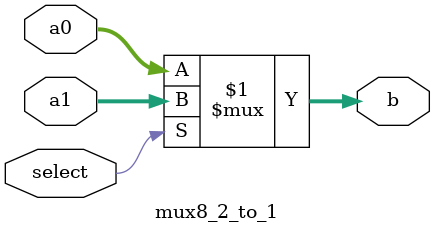
<source format=v>
`timescale 1ns / 1ps
module mux8_2_to_1(
    input select,
    input [7:0]a0,
    input [7:0]a1,
    output wire [7:0] b
    );
	 assign b = (select)? a1 : a0;
endmodule
</source>
